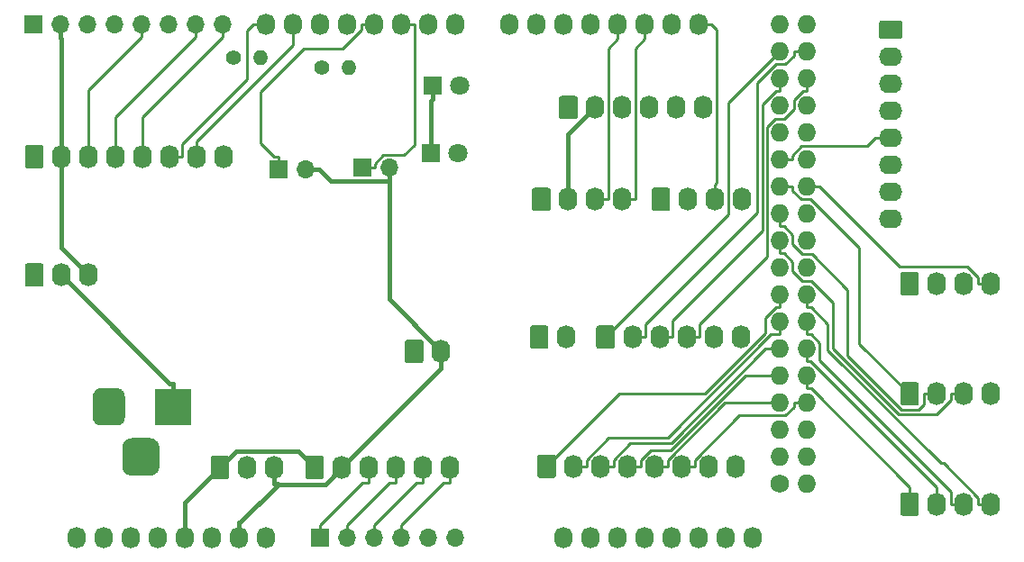
<source format=gbr>
G04 #@! TF.GenerationSoftware,KiCad,Pcbnew,(5.1.5-0-10_14)*
G04 #@! TF.CreationDate,2021-11-28T08:23:08+10:00*
G04 #@! TF.ProjectId,Hornet Forward Output Shield,486f726e-6574-4204-966f-727761726420,rev?*
G04 #@! TF.SameCoordinates,Original*
G04 #@! TF.FileFunction,Copper,L2,Bot*
G04 #@! TF.FilePolarity,Positive*
%FSLAX46Y46*%
G04 Gerber Fmt 4.6, Leading zero omitted, Abs format (unit mm)*
G04 Created by KiCad (PCBNEW (5.1.5-0-10_14)) date 2021-11-28 08:23:08*
%MOMM*%
%LPD*%
G04 APERTURE LIST*
%ADD10O,1.740000X2.200000*%
%ADD11C,0.100000*%
%ADD12R,3.500000X3.500000*%
%ADD13O,1.700000X1.700000*%
%ADD14R,1.700000X1.700000*%
%ADD15O,2.200000X1.740000*%
%ADD16C,1.400000*%
%ADD17O,1.400000X1.400000*%
%ADD18C,1.800000*%
%ADD19R,1.800000X1.800000*%
%ADD20C,1.727200*%
%ADD21O,1.727200X1.727200*%
%ADD22O,1.727200X2.032000*%
%ADD23C,0.450000*%
%ADD24C,0.250000*%
G04 APERTURE END LIST*
D10*
X149860000Y-112522000D03*
X147320000Y-112522000D03*
G04 #@! TA.AperFunction,ComponentPad*
D11*
G36*
X145424505Y-111423204D02*
G01*
X145448773Y-111426804D01*
X145472572Y-111432765D01*
X145495671Y-111441030D01*
X145517850Y-111451520D01*
X145538893Y-111464132D01*
X145558599Y-111478747D01*
X145576777Y-111495223D01*
X145593253Y-111513401D01*
X145607868Y-111533107D01*
X145620480Y-111554150D01*
X145630970Y-111576329D01*
X145639235Y-111599428D01*
X145645196Y-111623227D01*
X145648796Y-111647495D01*
X145650000Y-111671999D01*
X145650000Y-113372001D01*
X145648796Y-113396505D01*
X145645196Y-113420773D01*
X145639235Y-113444572D01*
X145630970Y-113467671D01*
X145620480Y-113489850D01*
X145607868Y-113510893D01*
X145593253Y-113530599D01*
X145576777Y-113548777D01*
X145558599Y-113565253D01*
X145538893Y-113579868D01*
X145517850Y-113592480D01*
X145495671Y-113602970D01*
X145472572Y-113611235D01*
X145448773Y-113617196D01*
X145424505Y-113620796D01*
X145400001Y-113622000D01*
X144159999Y-113622000D01*
X144135495Y-113620796D01*
X144111227Y-113617196D01*
X144087428Y-113611235D01*
X144064329Y-113602970D01*
X144042150Y-113592480D01*
X144021107Y-113579868D01*
X144001401Y-113565253D01*
X143983223Y-113548777D01*
X143966747Y-113530599D01*
X143952132Y-113510893D01*
X143939520Y-113489850D01*
X143929030Y-113467671D01*
X143920765Y-113444572D01*
X143914804Y-113420773D01*
X143911204Y-113396505D01*
X143910000Y-113372001D01*
X143910000Y-111671999D01*
X143911204Y-111647495D01*
X143914804Y-111623227D01*
X143920765Y-111599428D01*
X143929030Y-111576329D01*
X143939520Y-111554150D01*
X143952132Y-111533107D01*
X143966747Y-111513401D01*
X143983223Y-111495223D01*
X144001401Y-111478747D01*
X144021107Y-111464132D01*
X144042150Y-111451520D01*
X144064329Y-111441030D01*
X144087428Y-111432765D01*
X144111227Y-111426804D01*
X144135495Y-111423204D01*
X144159999Y-111422000D01*
X145400001Y-111422000D01*
X145424505Y-111423204D01*
G37*
G04 #@! TD.AperFunction*
D10*
X166370000Y-112522000D03*
X163830000Y-112522000D03*
X161290000Y-112522000D03*
X158750000Y-112522000D03*
X156210000Y-112522000D03*
G04 #@! TA.AperFunction,ComponentPad*
D11*
G36*
X154314505Y-111423204D02*
G01*
X154338773Y-111426804D01*
X154362572Y-111432765D01*
X154385671Y-111441030D01*
X154407850Y-111451520D01*
X154428893Y-111464132D01*
X154448599Y-111478747D01*
X154466777Y-111495223D01*
X154483253Y-111513401D01*
X154497868Y-111533107D01*
X154510480Y-111554150D01*
X154520970Y-111576329D01*
X154529235Y-111599428D01*
X154535196Y-111623227D01*
X154538796Y-111647495D01*
X154540000Y-111671999D01*
X154540000Y-113372001D01*
X154538796Y-113396505D01*
X154535196Y-113420773D01*
X154529235Y-113444572D01*
X154520970Y-113467671D01*
X154510480Y-113489850D01*
X154497868Y-113510893D01*
X154483253Y-113530599D01*
X154466777Y-113548777D01*
X154448599Y-113565253D01*
X154428893Y-113579868D01*
X154407850Y-113592480D01*
X154385671Y-113602970D01*
X154362572Y-113611235D01*
X154338773Y-113617196D01*
X154314505Y-113620796D01*
X154290001Y-113622000D01*
X153049999Y-113622000D01*
X153025495Y-113620796D01*
X153001227Y-113617196D01*
X152977428Y-113611235D01*
X152954329Y-113602970D01*
X152932150Y-113592480D01*
X152911107Y-113579868D01*
X152891401Y-113565253D01*
X152873223Y-113548777D01*
X152856747Y-113530599D01*
X152842132Y-113510893D01*
X152829520Y-113489850D01*
X152819030Y-113467671D01*
X152810765Y-113444572D01*
X152804804Y-113420773D01*
X152801204Y-113396505D01*
X152800000Y-113372001D01*
X152800000Y-111671999D01*
X152801204Y-111647495D01*
X152804804Y-111623227D01*
X152810765Y-111599428D01*
X152819030Y-111576329D01*
X152829520Y-111554150D01*
X152842132Y-111533107D01*
X152856747Y-111513401D01*
X152873223Y-111495223D01*
X152891401Y-111478747D01*
X152911107Y-111464132D01*
X152932150Y-111451520D01*
X152954329Y-111441030D01*
X152977428Y-111432765D01*
X153001227Y-111426804D01*
X153025495Y-111423204D01*
X153049999Y-111422000D01*
X154290001Y-111422000D01*
X154314505Y-111423204D01*
G37*
G04 #@! TD.AperFunction*
D10*
X165544000Y-101600000D03*
G04 #@! TA.AperFunction,ComponentPad*
D11*
G36*
X163648505Y-100501204D02*
G01*
X163672773Y-100504804D01*
X163696572Y-100510765D01*
X163719671Y-100519030D01*
X163741850Y-100529520D01*
X163762893Y-100542132D01*
X163782599Y-100556747D01*
X163800777Y-100573223D01*
X163817253Y-100591401D01*
X163831868Y-100611107D01*
X163844480Y-100632150D01*
X163854970Y-100654329D01*
X163863235Y-100677428D01*
X163869196Y-100701227D01*
X163872796Y-100725495D01*
X163874000Y-100749999D01*
X163874000Y-102450001D01*
X163872796Y-102474505D01*
X163869196Y-102498773D01*
X163863235Y-102522572D01*
X163854970Y-102545671D01*
X163844480Y-102567850D01*
X163831868Y-102588893D01*
X163817253Y-102608599D01*
X163800777Y-102626777D01*
X163782599Y-102643253D01*
X163762893Y-102657868D01*
X163741850Y-102670480D01*
X163719671Y-102680970D01*
X163696572Y-102689235D01*
X163672773Y-102695196D01*
X163648505Y-102698796D01*
X163624001Y-102700000D01*
X162383999Y-102700000D01*
X162359495Y-102698796D01*
X162335227Y-102695196D01*
X162311428Y-102689235D01*
X162288329Y-102680970D01*
X162266150Y-102670480D01*
X162245107Y-102657868D01*
X162225401Y-102643253D01*
X162207223Y-102626777D01*
X162190747Y-102608599D01*
X162176132Y-102588893D01*
X162163520Y-102567850D01*
X162153030Y-102545671D01*
X162144765Y-102522572D01*
X162138804Y-102498773D01*
X162135204Y-102474505D01*
X162134000Y-102450001D01*
X162134000Y-100749999D01*
X162135204Y-100725495D01*
X162138804Y-100701227D01*
X162144765Y-100677428D01*
X162153030Y-100654329D01*
X162163520Y-100632150D01*
X162176132Y-100611107D01*
X162190747Y-100591401D01*
X162207223Y-100573223D01*
X162225401Y-100556747D01*
X162245107Y-100542132D01*
X162266150Y-100529520D01*
X162288329Y-100519030D01*
X162311428Y-100510765D01*
X162335227Y-100504804D01*
X162359495Y-100501204D01*
X162383999Y-100500000D01*
X163624001Y-100500000D01*
X163648505Y-100501204D01*
G37*
G04 #@! TD.AperFunction*
D10*
X145098000Y-83312000D03*
X142558000Y-83312000D03*
X140018000Y-83312000D03*
X137478000Y-83312000D03*
X134938000Y-83312000D03*
X132398000Y-83312000D03*
X129858000Y-83312000D03*
G04 #@! TA.AperFunction,ComponentPad*
D11*
G36*
X127962505Y-82213204D02*
G01*
X127986773Y-82216804D01*
X128010572Y-82222765D01*
X128033671Y-82231030D01*
X128055850Y-82241520D01*
X128076893Y-82254132D01*
X128096599Y-82268747D01*
X128114777Y-82285223D01*
X128131253Y-82303401D01*
X128145868Y-82323107D01*
X128158480Y-82344150D01*
X128168970Y-82366329D01*
X128177235Y-82389428D01*
X128183196Y-82413227D01*
X128186796Y-82437495D01*
X128188000Y-82461999D01*
X128188000Y-84162001D01*
X128186796Y-84186505D01*
X128183196Y-84210773D01*
X128177235Y-84234572D01*
X128168970Y-84257671D01*
X128158480Y-84279850D01*
X128145868Y-84300893D01*
X128131253Y-84320599D01*
X128114777Y-84338777D01*
X128096599Y-84355253D01*
X128076893Y-84369868D01*
X128055850Y-84382480D01*
X128033671Y-84392970D01*
X128010572Y-84401235D01*
X127986773Y-84407196D01*
X127962505Y-84410796D01*
X127938001Y-84412000D01*
X126697999Y-84412000D01*
X126673495Y-84410796D01*
X126649227Y-84407196D01*
X126625428Y-84401235D01*
X126602329Y-84392970D01*
X126580150Y-84382480D01*
X126559107Y-84369868D01*
X126539401Y-84355253D01*
X126521223Y-84338777D01*
X126504747Y-84320599D01*
X126490132Y-84300893D01*
X126477520Y-84279850D01*
X126467030Y-84257671D01*
X126458765Y-84234572D01*
X126452804Y-84210773D01*
X126449204Y-84186505D01*
X126448000Y-84162001D01*
X126448000Y-82461999D01*
X126449204Y-82437495D01*
X126452804Y-82413227D01*
X126458765Y-82389428D01*
X126467030Y-82366329D01*
X126477520Y-82344150D01*
X126490132Y-82323107D01*
X126504747Y-82303401D01*
X126521223Y-82285223D01*
X126539401Y-82268747D01*
X126559107Y-82254132D01*
X126580150Y-82241520D01*
X126602329Y-82231030D01*
X126625428Y-82222765D01*
X126649227Y-82216804D01*
X126673495Y-82213204D01*
X126697999Y-82212000D01*
X127938001Y-82212000D01*
X127962505Y-82213204D01*
G37*
G04 #@! TD.AperFunction*
G04 #@! TA.AperFunction,ComponentPad*
G36*
X138295765Y-109761213D02*
G01*
X138380704Y-109773813D01*
X138463999Y-109794677D01*
X138544848Y-109823605D01*
X138622472Y-109860319D01*
X138696124Y-109904464D01*
X138765094Y-109955616D01*
X138828718Y-110013282D01*
X138886384Y-110076906D01*
X138937536Y-110145876D01*
X138981681Y-110219528D01*
X139018395Y-110297152D01*
X139047323Y-110378001D01*
X139068187Y-110461296D01*
X139080787Y-110546235D01*
X139085000Y-110632000D01*
X139085000Y-112382000D01*
X139080787Y-112467765D01*
X139068187Y-112552704D01*
X139047323Y-112635999D01*
X139018395Y-112716848D01*
X138981681Y-112794472D01*
X138937536Y-112868124D01*
X138886384Y-112937094D01*
X138828718Y-113000718D01*
X138765094Y-113058384D01*
X138696124Y-113109536D01*
X138622472Y-113153681D01*
X138544848Y-113190395D01*
X138463999Y-113219323D01*
X138380704Y-113240187D01*
X138295765Y-113252787D01*
X138210000Y-113257000D01*
X136460000Y-113257000D01*
X136374235Y-113252787D01*
X136289296Y-113240187D01*
X136206001Y-113219323D01*
X136125152Y-113190395D01*
X136047528Y-113153681D01*
X135973876Y-113109536D01*
X135904906Y-113058384D01*
X135841282Y-113000718D01*
X135783616Y-112937094D01*
X135732464Y-112868124D01*
X135688319Y-112794472D01*
X135651605Y-112716848D01*
X135622677Y-112635999D01*
X135601813Y-112552704D01*
X135589213Y-112467765D01*
X135585000Y-112382000D01*
X135585000Y-110632000D01*
X135589213Y-110546235D01*
X135601813Y-110461296D01*
X135622677Y-110378001D01*
X135651605Y-110297152D01*
X135688319Y-110219528D01*
X135732464Y-110145876D01*
X135783616Y-110076906D01*
X135841282Y-110013282D01*
X135904906Y-109955616D01*
X135973876Y-109904464D01*
X136047528Y-109860319D01*
X136125152Y-109823605D01*
X136206001Y-109794677D01*
X136289296Y-109773813D01*
X136374235Y-109761213D01*
X136460000Y-109757000D01*
X138210000Y-109757000D01*
X138295765Y-109761213D01*
G37*
G04 #@! TD.AperFunction*
G04 #@! TA.AperFunction,ComponentPad*
G36*
X135158513Y-105060611D02*
G01*
X135231318Y-105071411D01*
X135302714Y-105089295D01*
X135372013Y-105114090D01*
X135438548Y-105145559D01*
X135501678Y-105183398D01*
X135560795Y-105227242D01*
X135615330Y-105276670D01*
X135664758Y-105331205D01*
X135708602Y-105390322D01*
X135746441Y-105453452D01*
X135777910Y-105519987D01*
X135802705Y-105589286D01*
X135820589Y-105660682D01*
X135831389Y-105733487D01*
X135835000Y-105807000D01*
X135835000Y-107807000D01*
X135831389Y-107880513D01*
X135820589Y-107953318D01*
X135802705Y-108024714D01*
X135777910Y-108094013D01*
X135746441Y-108160548D01*
X135708602Y-108223678D01*
X135664758Y-108282795D01*
X135615330Y-108337330D01*
X135560795Y-108386758D01*
X135501678Y-108430602D01*
X135438548Y-108468441D01*
X135372013Y-108499910D01*
X135302714Y-108524705D01*
X135231318Y-108542589D01*
X135158513Y-108553389D01*
X135085000Y-108557000D01*
X133585000Y-108557000D01*
X133511487Y-108553389D01*
X133438682Y-108542589D01*
X133367286Y-108524705D01*
X133297987Y-108499910D01*
X133231452Y-108468441D01*
X133168322Y-108430602D01*
X133109205Y-108386758D01*
X133054670Y-108337330D01*
X133005242Y-108282795D01*
X132961398Y-108223678D01*
X132923559Y-108160548D01*
X132892090Y-108094013D01*
X132867295Y-108024714D01*
X132849411Y-107953318D01*
X132838611Y-107880513D01*
X132835000Y-107807000D01*
X132835000Y-105807000D01*
X132838611Y-105733487D01*
X132849411Y-105660682D01*
X132867295Y-105589286D01*
X132892090Y-105519987D01*
X132923559Y-105453452D01*
X132961398Y-105390322D01*
X133005242Y-105331205D01*
X133054670Y-105276670D01*
X133109205Y-105227242D01*
X133168322Y-105183398D01*
X133231452Y-105145559D01*
X133297987Y-105114090D01*
X133367286Y-105089295D01*
X133438682Y-105071411D01*
X133511487Y-105060611D01*
X133585000Y-105057000D01*
X135085000Y-105057000D01*
X135158513Y-105060611D01*
G37*
G04 #@! TD.AperFunction*
D12*
X140335000Y-106807000D03*
D13*
X152781000Y-84455000D03*
D14*
X150241000Y-84455000D03*
D13*
X160655000Y-84328000D03*
D14*
X158115000Y-84328000D03*
D10*
X182562000Y-87312500D03*
X180022000Y-87312500D03*
X177482000Y-87312500D03*
G04 #@! TA.AperFunction,ComponentPad*
D11*
G36*
X175586505Y-86213704D02*
G01*
X175610773Y-86217304D01*
X175634572Y-86223265D01*
X175657671Y-86231530D01*
X175679850Y-86242020D01*
X175700893Y-86254632D01*
X175720599Y-86269247D01*
X175738777Y-86285723D01*
X175755253Y-86303901D01*
X175769868Y-86323607D01*
X175782480Y-86344650D01*
X175792970Y-86366829D01*
X175801235Y-86389928D01*
X175807196Y-86413727D01*
X175810796Y-86437995D01*
X175812000Y-86462499D01*
X175812000Y-88162501D01*
X175810796Y-88187005D01*
X175807196Y-88211273D01*
X175801235Y-88235072D01*
X175792970Y-88258171D01*
X175782480Y-88280350D01*
X175769868Y-88301393D01*
X175755253Y-88321099D01*
X175738777Y-88339277D01*
X175720599Y-88355753D01*
X175700893Y-88370368D01*
X175679850Y-88382980D01*
X175657671Y-88393470D01*
X175634572Y-88401735D01*
X175610773Y-88407696D01*
X175586505Y-88411296D01*
X175562001Y-88412500D01*
X174321999Y-88412500D01*
X174297495Y-88411296D01*
X174273227Y-88407696D01*
X174249428Y-88401735D01*
X174226329Y-88393470D01*
X174204150Y-88382980D01*
X174183107Y-88370368D01*
X174163401Y-88355753D01*
X174145223Y-88339277D01*
X174128747Y-88321099D01*
X174114132Y-88301393D01*
X174101520Y-88280350D01*
X174091030Y-88258171D01*
X174082765Y-88235072D01*
X174076804Y-88211273D01*
X174073204Y-88187005D01*
X174072000Y-88162501D01*
X174072000Y-86462499D01*
X174073204Y-86437995D01*
X174076804Y-86413727D01*
X174082765Y-86389928D01*
X174091030Y-86366829D01*
X174101520Y-86344650D01*
X174114132Y-86323607D01*
X174128747Y-86303901D01*
X174145223Y-86285723D01*
X174163401Y-86269247D01*
X174183107Y-86254632D01*
X174204150Y-86242020D01*
X174226329Y-86231530D01*
X174249428Y-86223265D01*
X174273227Y-86217304D01*
X174297495Y-86213704D01*
X174321999Y-86212500D01*
X175562001Y-86212500D01*
X175586505Y-86213704D01*
G37*
G04 #@! TD.AperFunction*
D10*
X193802000Y-87312500D03*
X191262000Y-87312500D03*
X188722000Y-87312500D03*
G04 #@! TA.AperFunction,ComponentPad*
D11*
G36*
X186826505Y-86213704D02*
G01*
X186850773Y-86217304D01*
X186874572Y-86223265D01*
X186897671Y-86231530D01*
X186919850Y-86242020D01*
X186940893Y-86254632D01*
X186960599Y-86269247D01*
X186978777Y-86285723D01*
X186995253Y-86303901D01*
X187009868Y-86323607D01*
X187022480Y-86344650D01*
X187032970Y-86366829D01*
X187041235Y-86389928D01*
X187047196Y-86413727D01*
X187050796Y-86437995D01*
X187052000Y-86462499D01*
X187052000Y-88162501D01*
X187050796Y-88187005D01*
X187047196Y-88211273D01*
X187041235Y-88235072D01*
X187032970Y-88258171D01*
X187022480Y-88280350D01*
X187009868Y-88301393D01*
X186995253Y-88321099D01*
X186978777Y-88339277D01*
X186960599Y-88355753D01*
X186940893Y-88370368D01*
X186919850Y-88382980D01*
X186897671Y-88393470D01*
X186874572Y-88401735D01*
X186850773Y-88407696D01*
X186826505Y-88411296D01*
X186802001Y-88412500D01*
X185561999Y-88412500D01*
X185537495Y-88411296D01*
X185513227Y-88407696D01*
X185489428Y-88401735D01*
X185466329Y-88393470D01*
X185444150Y-88382980D01*
X185423107Y-88370368D01*
X185403401Y-88355753D01*
X185385223Y-88339277D01*
X185368747Y-88321099D01*
X185354132Y-88301393D01*
X185341520Y-88280350D01*
X185331030Y-88258171D01*
X185322765Y-88235072D01*
X185316804Y-88211273D01*
X185313204Y-88187005D01*
X185312000Y-88162501D01*
X185312000Y-86462499D01*
X185313204Y-86437995D01*
X185316804Y-86413727D01*
X185322765Y-86389928D01*
X185331030Y-86366829D01*
X185341520Y-86344650D01*
X185354132Y-86323607D01*
X185368747Y-86303901D01*
X185385223Y-86285723D01*
X185403401Y-86269247D01*
X185423107Y-86254632D01*
X185444150Y-86242020D01*
X185466329Y-86231530D01*
X185489428Y-86223265D01*
X185513227Y-86217304D01*
X185537495Y-86213704D01*
X185561999Y-86212500D01*
X186802001Y-86212500D01*
X186826505Y-86213704D01*
G37*
G04 #@! TD.AperFunction*
D10*
X193230000Y-112395000D03*
X190690000Y-112395000D03*
X188150000Y-112395000D03*
X185610000Y-112395000D03*
X183070000Y-112395000D03*
X180530000Y-112395000D03*
X177990000Y-112395000D03*
G04 #@! TA.AperFunction,ComponentPad*
D11*
G36*
X176094505Y-111296204D02*
G01*
X176118773Y-111299804D01*
X176142572Y-111305765D01*
X176165671Y-111314030D01*
X176187850Y-111324520D01*
X176208893Y-111337132D01*
X176228599Y-111351747D01*
X176246777Y-111368223D01*
X176263253Y-111386401D01*
X176277868Y-111406107D01*
X176290480Y-111427150D01*
X176300970Y-111449329D01*
X176309235Y-111472428D01*
X176315196Y-111496227D01*
X176318796Y-111520495D01*
X176320000Y-111544999D01*
X176320000Y-113245001D01*
X176318796Y-113269505D01*
X176315196Y-113293773D01*
X176309235Y-113317572D01*
X176300970Y-113340671D01*
X176290480Y-113362850D01*
X176277868Y-113383893D01*
X176263253Y-113403599D01*
X176246777Y-113421777D01*
X176228599Y-113438253D01*
X176208893Y-113452868D01*
X176187850Y-113465480D01*
X176165671Y-113475970D01*
X176142572Y-113484235D01*
X176118773Y-113490196D01*
X176094505Y-113493796D01*
X176070001Y-113495000D01*
X174829999Y-113495000D01*
X174805495Y-113493796D01*
X174781227Y-113490196D01*
X174757428Y-113484235D01*
X174734329Y-113475970D01*
X174712150Y-113465480D01*
X174691107Y-113452868D01*
X174671401Y-113438253D01*
X174653223Y-113421777D01*
X174636747Y-113403599D01*
X174622132Y-113383893D01*
X174609520Y-113362850D01*
X174599030Y-113340671D01*
X174590765Y-113317572D01*
X174584804Y-113293773D01*
X174581204Y-113269505D01*
X174580000Y-113245001D01*
X174580000Y-111544999D01*
X174581204Y-111520495D01*
X174584804Y-111496227D01*
X174590765Y-111472428D01*
X174599030Y-111449329D01*
X174609520Y-111427150D01*
X174622132Y-111406107D01*
X174636747Y-111386401D01*
X174653223Y-111368223D01*
X174671401Y-111351747D01*
X174691107Y-111337132D01*
X174712150Y-111324520D01*
X174734329Y-111314030D01*
X174757428Y-111305765D01*
X174781227Y-111299804D01*
X174805495Y-111296204D01*
X174829999Y-111295000D01*
X176070001Y-111295000D01*
X176094505Y-111296204D01*
G37*
G04 #@! TD.AperFunction*
D10*
X217170000Y-105600000D03*
X214630000Y-105600000D03*
X212090000Y-105600000D03*
G04 #@! TA.AperFunction,ComponentPad*
D11*
G36*
X210194505Y-104501204D02*
G01*
X210218773Y-104504804D01*
X210242572Y-104510765D01*
X210265671Y-104519030D01*
X210287850Y-104529520D01*
X210308893Y-104542132D01*
X210328599Y-104556747D01*
X210346777Y-104573223D01*
X210363253Y-104591401D01*
X210377868Y-104611107D01*
X210390480Y-104632150D01*
X210400970Y-104654329D01*
X210409235Y-104677428D01*
X210415196Y-104701227D01*
X210418796Y-104725495D01*
X210420000Y-104749999D01*
X210420000Y-106450001D01*
X210418796Y-106474505D01*
X210415196Y-106498773D01*
X210409235Y-106522572D01*
X210400970Y-106545671D01*
X210390480Y-106567850D01*
X210377868Y-106588893D01*
X210363253Y-106608599D01*
X210346777Y-106626777D01*
X210328599Y-106643253D01*
X210308893Y-106657868D01*
X210287850Y-106670480D01*
X210265671Y-106680970D01*
X210242572Y-106689235D01*
X210218773Y-106695196D01*
X210194505Y-106698796D01*
X210170001Y-106700000D01*
X208929999Y-106700000D01*
X208905495Y-106698796D01*
X208881227Y-106695196D01*
X208857428Y-106689235D01*
X208834329Y-106680970D01*
X208812150Y-106670480D01*
X208791107Y-106657868D01*
X208771401Y-106643253D01*
X208753223Y-106626777D01*
X208736747Y-106608599D01*
X208722132Y-106588893D01*
X208709520Y-106567850D01*
X208699030Y-106545671D01*
X208690765Y-106522572D01*
X208684804Y-106498773D01*
X208681204Y-106474505D01*
X208680000Y-106450001D01*
X208680000Y-104749999D01*
X208681204Y-104725495D01*
X208684804Y-104701227D01*
X208690765Y-104677428D01*
X208699030Y-104654329D01*
X208709520Y-104632150D01*
X208722132Y-104611107D01*
X208736747Y-104591401D01*
X208753223Y-104573223D01*
X208771401Y-104556747D01*
X208791107Y-104542132D01*
X208812150Y-104529520D01*
X208834329Y-104519030D01*
X208857428Y-104510765D01*
X208881227Y-104504804D01*
X208905495Y-104501204D01*
X208929999Y-104500000D01*
X210170001Y-104500000D01*
X210194505Y-104501204D01*
G37*
G04 #@! TD.AperFunction*
D10*
X217170000Y-115951000D03*
X214630000Y-115951000D03*
X212090000Y-115951000D03*
G04 #@! TA.AperFunction,ComponentPad*
D11*
G36*
X210194505Y-114852204D02*
G01*
X210218773Y-114855804D01*
X210242572Y-114861765D01*
X210265671Y-114870030D01*
X210287850Y-114880520D01*
X210308893Y-114893132D01*
X210328599Y-114907747D01*
X210346777Y-114924223D01*
X210363253Y-114942401D01*
X210377868Y-114962107D01*
X210390480Y-114983150D01*
X210400970Y-115005329D01*
X210409235Y-115028428D01*
X210415196Y-115052227D01*
X210418796Y-115076495D01*
X210420000Y-115100999D01*
X210420000Y-116801001D01*
X210418796Y-116825505D01*
X210415196Y-116849773D01*
X210409235Y-116873572D01*
X210400970Y-116896671D01*
X210390480Y-116918850D01*
X210377868Y-116939893D01*
X210363253Y-116959599D01*
X210346777Y-116977777D01*
X210328599Y-116994253D01*
X210308893Y-117008868D01*
X210287850Y-117021480D01*
X210265671Y-117031970D01*
X210242572Y-117040235D01*
X210218773Y-117046196D01*
X210194505Y-117049796D01*
X210170001Y-117051000D01*
X208929999Y-117051000D01*
X208905495Y-117049796D01*
X208881227Y-117046196D01*
X208857428Y-117040235D01*
X208834329Y-117031970D01*
X208812150Y-117021480D01*
X208791107Y-117008868D01*
X208771401Y-116994253D01*
X208753223Y-116977777D01*
X208736747Y-116959599D01*
X208722132Y-116939893D01*
X208709520Y-116918850D01*
X208699030Y-116896671D01*
X208690765Y-116873572D01*
X208684804Y-116849773D01*
X208681204Y-116825505D01*
X208680000Y-116801001D01*
X208680000Y-115100999D01*
X208681204Y-115076495D01*
X208684804Y-115052227D01*
X208690765Y-115028428D01*
X208699030Y-115005329D01*
X208709520Y-114983150D01*
X208722132Y-114962107D01*
X208736747Y-114942401D01*
X208753223Y-114924223D01*
X208771401Y-114907747D01*
X208791107Y-114893132D01*
X208812150Y-114880520D01*
X208834329Y-114870030D01*
X208857428Y-114861765D01*
X208881227Y-114855804D01*
X208905495Y-114852204D01*
X208929999Y-114851000D01*
X210170001Y-114851000D01*
X210194505Y-114852204D01*
G37*
G04 #@! TD.AperFunction*
D15*
X207772000Y-89154000D03*
X207772000Y-86614000D03*
X207772000Y-84074000D03*
X207772000Y-81534000D03*
X207772000Y-78994000D03*
X207772000Y-76454000D03*
X207772000Y-73914000D03*
G04 #@! TA.AperFunction,ComponentPad*
D11*
G36*
X208646505Y-70505204D02*
G01*
X208670773Y-70508804D01*
X208694572Y-70514765D01*
X208717671Y-70523030D01*
X208739850Y-70533520D01*
X208760893Y-70546132D01*
X208780599Y-70560747D01*
X208798777Y-70577223D01*
X208815253Y-70595401D01*
X208829868Y-70615107D01*
X208842480Y-70636150D01*
X208852970Y-70658329D01*
X208861235Y-70681428D01*
X208867196Y-70705227D01*
X208870796Y-70729495D01*
X208872000Y-70753999D01*
X208872000Y-71994001D01*
X208870796Y-72018505D01*
X208867196Y-72042773D01*
X208861235Y-72066572D01*
X208852970Y-72089671D01*
X208842480Y-72111850D01*
X208829868Y-72132893D01*
X208815253Y-72152599D01*
X208798777Y-72170777D01*
X208780599Y-72187253D01*
X208760893Y-72201868D01*
X208739850Y-72214480D01*
X208717671Y-72224970D01*
X208694572Y-72233235D01*
X208670773Y-72239196D01*
X208646505Y-72242796D01*
X208622001Y-72244000D01*
X206921999Y-72244000D01*
X206897495Y-72242796D01*
X206873227Y-72239196D01*
X206849428Y-72233235D01*
X206826329Y-72224970D01*
X206804150Y-72214480D01*
X206783107Y-72201868D01*
X206763401Y-72187253D01*
X206745223Y-72170777D01*
X206728747Y-72152599D01*
X206714132Y-72132893D01*
X206701520Y-72111850D01*
X206691030Y-72089671D01*
X206682765Y-72066572D01*
X206676804Y-72042773D01*
X206673204Y-72018505D01*
X206672000Y-71994001D01*
X206672000Y-70753999D01*
X206673204Y-70729495D01*
X206676804Y-70705227D01*
X206682765Y-70681428D01*
X206691030Y-70658329D01*
X206701520Y-70636150D01*
X206714132Y-70615107D01*
X206728747Y-70595401D01*
X206745223Y-70577223D01*
X206763401Y-70560747D01*
X206783107Y-70546132D01*
X206804150Y-70533520D01*
X206826329Y-70523030D01*
X206849428Y-70514765D01*
X206873227Y-70508804D01*
X206897495Y-70505204D01*
X206921999Y-70504000D01*
X208622001Y-70504000D01*
X208646505Y-70505204D01*
G37*
G04 #@! TD.AperFunction*
D10*
X217170000Y-95250000D03*
X214630000Y-95250000D03*
X212090000Y-95250000D03*
G04 #@! TA.AperFunction,ComponentPad*
D11*
G36*
X210194505Y-94151204D02*
G01*
X210218773Y-94154804D01*
X210242572Y-94160765D01*
X210265671Y-94169030D01*
X210287850Y-94179520D01*
X210308893Y-94192132D01*
X210328599Y-94206747D01*
X210346777Y-94223223D01*
X210363253Y-94241401D01*
X210377868Y-94261107D01*
X210390480Y-94282150D01*
X210400970Y-94304329D01*
X210409235Y-94327428D01*
X210415196Y-94351227D01*
X210418796Y-94375495D01*
X210420000Y-94399999D01*
X210420000Y-96100001D01*
X210418796Y-96124505D01*
X210415196Y-96148773D01*
X210409235Y-96172572D01*
X210400970Y-96195671D01*
X210390480Y-96217850D01*
X210377868Y-96238893D01*
X210363253Y-96258599D01*
X210346777Y-96276777D01*
X210328599Y-96293253D01*
X210308893Y-96307868D01*
X210287850Y-96320480D01*
X210265671Y-96330970D01*
X210242572Y-96339235D01*
X210218773Y-96345196D01*
X210194505Y-96348796D01*
X210170001Y-96350000D01*
X208929999Y-96350000D01*
X208905495Y-96348796D01*
X208881227Y-96345196D01*
X208857428Y-96339235D01*
X208834329Y-96330970D01*
X208812150Y-96320480D01*
X208791107Y-96307868D01*
X208771401Y-96293253D01*
X208753223Y-96276777D01*
X208736747Y-96258599D01*
X208722132Y-96238893D01*
X208709520Y-96217850D01*
X208699030Y-96195671D01*
X208690765Y-96172572D01*
X208684804Y-96148773D01*
X208681204Y-96124505D01*
X208680000Y-96100001D01*
X208680000Y-94399999D01*
X208681204Y-94375495D01*
X208684804Y-94351227D01*
X208690765Y-94327428D01*
X208699030Y-94304329D01*
X208709520Y-94282150D01*
X208722132Y-94261107D01*
X208736747Y-94241401D01*
X208753223Y-94223223D01*
X208771401Y-94206747D01*
X208791107Y-94192132D01*
X208812150Y-94179520D01*
X208834329Y-94169030D01*
X208857428Y-94160765D01*
X208881227Y-94154804D01*
X208905495Y-94151204D01*
X208929999Y-94150000D01*
X210170001Y-94150000D01*
X210194505Y-94151204D01*
G37*
G04 #@! TD.AperFunction*
D10*
X193675000Y-100266000D03*
X191135000Y-100266000D03*
X188595000Y-100266000D03*
X186055000Y-100266000D03*
X183515000Y-100266000D03*
G04 #@! TA.AperFunction,ComponentPad*
D11*
G36*
X181619505Y-99167204D02*
G01*
X181643773Y-99170804D01*
X181667572Y-99176765D01*
X181690671Y-99185030D01*
X181712850Y-99195520D01*
X181733893Y-99208132D01*
X181753599Y-99222747D01*
X181771777Y-99239223D01*
X181788253Y-99257401D01*
X181802868Y-99277107D01*
X181815480Y-99298150D01*
X181825970Y-99320329D01*
X181834235Y-99343428D01*
X181840196Y-99367227D01*
X181843796Y-99391495D01*
X181845000Y-99415999D01*
X181845000Y-101116001D01*
X181843796Y-101140505D01*
X181840196Y-101164773D01*
X181834235Y-101188572D01*
X181825970Y-101211671D01*
X181815480Y-101233850D01*
X181802868Y-101254893D01*
X181788253Y-101274599D01*
X181771777Y-101292777D01*
X181753599Y-101309253D01*
X181733893Y-101323868D01*
X181712850Y-101336480D01*
X181690671Y-101346970D01*
X181667572Y-101355235D01*
X181643773Y-101361196D01*
X181619505Y-101364796D01*
X181595001Y-101366000D01*
X180354999Y-101366000D01*
X180330495Y-101364796D01*
X180306227Y-101361196D01*
X180282428Y-101355235D01*
X180259329Y-101346970D01*
X180237150Y-101336480D01*
X180216107Y-101323868D01*
X180196401Y-101309253D01*
X180178223Y-101292777D01*
X180161747Y-101274599D01*
X180147132Y-101254893D01*
X180134520Y-101233850D01*
X180124030Y-101211671D01*
X180115765Y-101188572D01*
X180109804Y-101164773D01*
X180106204Y-101140505D01*
X180105000Y-101116001D01*
X180105000Y-99415999D01*
X180106204Y-99391495D01*
X180109804Y-99367227D01*
X180115765Y-99343428D01*
X180124030Y-99320329D01*
X180134520Y-99298150D01*
X180147132Y-99277107D01*
X180161747Y-99257401D01*
X180178223Y-99239223D01*
X180196401Y-99222747D01*
X180216107Y-99208132D01*
X180237150Y-99195520D01*
X180259329Y-99185030D01*
X180282428Y-99176765D01*
X180306227Y-99170804D01*
X180330495Y-99167204D01*
X180354999Y-99166000D01*
X181595001Y-99166000D01*
X181619505Y-99167204D01*
G37*
G04 #@! TD.AperFunction*
D10*
X132398000Y-94424500D03*
X129858000Y-94424500D03*
G04 #@! TA.AperFunction,ComponentPad*
D11*
G36*
X127962505Y-93325704D02*
G01*
X127986773Y-93329304D01*
X128010572Y-93335265D01*
X128033671Y-93343530D01*
X128055850Y-93354020D01*
X128076893Y-93366632D01*
X128096599Y-93381247D01*
X128114777Y-93397723D01*
X128131253Y-93415901D01*
X128145868Y-93435607D01*
X128158480Y-93456650D01*
X128168970Y-93478829D01*
X128177235Y-93501928D01*
X128183196Y-93525727D01*
X128186796Y-93549995D01*
X128188000Y-93574499D01*
X128188000Y-95274501D01*
X128186796Y-95299005D01*
X128183196Y-95323273D01*
X128177235Y-95347072D01*
X128168970Y-95370171D01*
X128158480Y-95392350D01*
X128145868Y-95413393D01*
X128131253Y-95433099D01*
X128114777Y-95451277D01*
X128096599Y-95467753D01*
X128076893Y-95482368D01*
X128055850Y-95494980D01*
X128033671Y-95505470D01*
X128010572Y-95513735D01*
X127986773Y-95519696D01*
X127962505Y-95523296D01*
X127938001Y-95524500D01*
X126697999Y-95524500D01*
X126673495Y-95523296D01*
X126649227Y-95519696D01*
X126625428Y-95513735D01*
X126602329Y-95505470D01*
X126580150Y-95494980D01*
X126559107Y-95482368D01*
X126539401Y-95467753D01*
X126521223Y-95451277D01*
X126504747Y-95433099D01*
X126490132Y-95413393D01*
X126477520Y-95392350D01*
X126467030Y-95370171D01*
X126458765Y-95347072D01*
X126452804Y-95323273D01*
X126449204Y-95299005D01*
X126448000Y-95274501D01*
X126448000Y-93574499D01*
X126449204Y-93549995D01*
X126452804Y-93525727D01*
X126458765Y-93501928D01*
X126467030Y-93478829D01*
X126477520Y-93456650D01*
X126490132Y-93435607D01*
X126504747Y-93415901D01*
X126521223Y-93397723D01*
X126539401Y-93381247D01*
X126559107Y-93366632D01*
X126580150Y-93354020D01*
X126602329Y-93343530D01*
X126625428Y-93335265D01*
X126649227Y-93329304D01*
X126673495Y-93325704D01*
X126697999Y-93324500D01*
X127938001Y-93324500D01*
X127962505Y-93325704D01*
G37*
G04 #@! TD.AperFunction*
D16*
X154305000Y-74930000D03*
D17*
X156845000Y-74930000D03*
D16*
X146050000Y-73977500D03*
D17*
X148590000Y-73977500D03*
D10*
X190182000Y-78676500D03*
X187642000Y-78676500D03*
X185102000Y-78676500D03*
X182562000Y-78676500D03*
X180022000Y-78676500D03*
G04 #@! TA.AperFunction,ComponentPad*
D11*
G36*
X178126505Y-77577704D02*
G01*
X178150773Y-77581304D01*
X178174572Y-77587265D01*
X178197671Y-77595530D01*
X178219850Y-77606020D01*
X178240893Y-77618632D01*
X178260599Y-77633247D01*
X178278777Y-77649723D01*
X178295253Y-77667901D01*
X178309868Y-77687607D01*
X178322480Y-77708650D01*
X178332970Y-77730829D01*
X178341235Y-77753928D01*
X178347196Y-77777727D01*
X178350796Y-77801995D01*
X178352000Y-77826499D01*
X178352000Y-79526501D01*
X178350796Y-79551005D01*
X178347196Y-79575273D01*
X178341235Y-79599072D01*
X178332970Y-79622171D01*
X178322480Y-79644350D01*
X178309868Y-79665393D01*
X178295253Y-79685099D01*
X178278777Y-79703277D01*
X178260599Y-79719753D01*
X178240893Y-79734368D01*
X178219850Y-79746980D01*
X178197671Y-79757470D01*
X178174572Y-79765735D01*
X178150773Y-79771696D01*
X178126505Y-79775296D01*
X178102001Y-79776500D01*
X176861999Y-79776500D01*
X176837495Y-79775296D01*
X176813227Y-79771696D01*
X176789428Y-79765735D01*
X176766329Y-79757470D01*
X176744150Y-79746980D01*
X176723107Y-79734368D01*
X176703401Y-79719753D01*
X176685223Y-79703277D01*
X176668747Y-79685099D01*
X176654132Y-79665393D01*
X176641520Y-79644350D01*
X176631030Y-79622171D01*
X176622765Y-79599072D01*
X176616804Y-79575273D01*
X176613204Y-79551005D01*
X176612000Y-79526501D01*
X176612000Y-77826499D01*
X176613204Y-77801995D01*
X176616804Y-77777727D01*
X176622765Y-77753928D01*
X176631030Y-77730829D01*
X176641520Y-77708650D01*
X176654132Y-77687607D01*
X176668747Y-77667901D01*
X176685223Y-77649723D01*
X176703401Y-77633247D01*
X176723107Y-77618632D01*
X176744150Y-77606020D01*
X176766329Y-77595530D01*
X176789428Y-77587265D01*
X176813227Y-77581304D01*
X176837495Y-77577704D01*
X176861999Y-77576500D01*
X178102001Y-77576500D01*
X178126505Y-77577704D01*
G37*
G04 #@! TD.AperFunction*
D10*
X177292000Y-100266000D03*
G04 #@! TA.AperFunction,ComponentPad*
D11*
G36*
X175396505Y-99167204D02*
G01*
X175420773Y-99170804D01*
X175444572Y-99176765D01*
X175467671Y-99185030D01*
X175489850Y-99195520D01*
X175510893Y-99208132D01*
X175530599Y-99222747D01*
X175548777Y-99239223D01*
X175565253Y-99257401D01*
X175579868Y-99277107D01*
X175592480Y-99298150D01*
X175602970Y-99320329D01*
X175611235Y-99343428D01*
X175617196Y-99367227D01*
X175620796Y-99391495D01*
X175622000Y-99415999D01*
X175622000Y-101116001D01*
X175620796Y-101140505D01*
X175617196Y-101164773D01*
X175611235Y-101188572D01*
X175602970Y-101211671D01*
X175592480Y-101233850D01*
X175579868Y-101254893D01*
X175565253Y-101274599D01*
X175548777Y-101292777D01*
X175530599Y-101309253D01*
X175510893Y-101323868D01*
X175489850Y-101336480D01*
X175467671Y-101346970D01*
X175444572Y-101355235D01*
X175420773Y-101361196D01*
X175396505Y-101364796D01*
X175372001Y-101366000D01*
X174131999Y-101366000D01*
X174107495Y-101364796D01*
X174083227Y-101361196D01*
X174059428Y-101355235D01*
X174036329Y-101346970D01*
X174014150Y-101336480D01*
X173993107Y-101323868D01*
X173973401Y-101309253D01*
X173955223Y-101292777D01*
X173938747Y-101274599D01*
X173924132Y-101254893D01*
X173911520Y-101233850D01*
X173901030Y-101211671D01*
X173892765Y-101188572D01*
X173886804Y-101164773D01*
X173883204Y-101140505D01*
X173882000Y-101116001D01*
X173882000Y-99415999D01*
X173883204Y-99391495D01*
X173886804Y-99367227D01*
X173892765Y-99343428D01*
X173901030Y-99320329D01*
X173911520Y-99298150D01*
X173924132Y-99277107D01*
X173938747Y-99257401D01*
X173955223Y-99239223D01*
X173973401Y-99222747D01*
X173993107Y-99208132D01*
X174014150Y-99195520D01*
X174036329Y-99185030D01*
X174059428Y-99176765D01*
X174083227Y-99170804D01*
X174107495Y-99167204D01*
X174131999Y-99166000D01*
X175372001Y-99166000D01*
X175396505Y-99167204D01*
G37*
G04 #@! TD.AperFunction*
D18*
X167132000Y-82931000D03*
D19*
X164592000Y-82931000D03*
D18*
X167259000Y-76581000D03*
D19*
X164719000Y-76581000D03*
D13*
X145034000Y-70866000D03*
X142494000Y-70866000D03*
X139954000Y-70866000D03*
X137414000Y-70866000D03*
X134874000Y-70866000D03*
X132334000Y-70866000D03*
X129794000Y-70866000D03*
D14*
X127254000Y-70866000D03*
D13*
X166878000Y-119126000D03*
X164338000Y-119126000D03*
X161798000Y-119126000D03*
X159258000Y-119126000D03*
X156718000Y-119126000D03*
D14*
X154178000Y-119126000D03*
D20*
X197358000Y-114046000D03*
D21*
X199898000Y-114046000D03*
X197358000Y-111506000D03*
X199898000Y-111506000D03*
X197358000Y-108966000D03*
X199898000Y-108966000D03*
X197358000Y-106426000D03*
X199898000Y-106426000D03*
X197358000Y-103886000D03*
X199898000Y-103886000D03*
X197358000Y-101346000D03*
X199898000Y-101346000D03*
X197358000Y-98806000D03*
X199898000Y-98806000D03*
X197358000Y-96266000D03*
X199898000Y-96266000D03*
X197358000Y-93726000D03*
X199898000Y-93726000D03*
X197358000Y-91186000D03*
X199898000Y-91186000D03*
X197358000Y-88646000D03*
X199898000Y-88646000D03*
X197358000Y-86106000D03*
X199898000Y-86106000D03*
X197358000Y-83566000D03*
X199898000Y-83566000D03*
X197358000Y-81026000D03*
X199898000Y-81026000D03*
X197358000Y-78486000D03*
X199898000Y-78486000D03*
X197358000Y-75946000D03*
X199898000Y-75946000D03*
X197358000Y-73406000D03*
X199898000Y-73406000D03*
X197358000Y-70866000D03*
X199898000Y-70866000D03*
D22*
X131318000Y-119126000D03*
X133858000Y-119126000D03*
X136398000Y-119126000D03*
X138938000Y-119126000D03*
X141478000Y-119126000D03*
X144018000Y-119126000D03*
X146558000Y-119126000D03*
X149098000Y-119126000D03*
X177038000Y-119126000D03*
X179578000Y-119126000D03*
X182118000Y-119126000D03*
X184658000Y-119126000D03*
X187198000Y-119126000D03*
X189738000Y-119126000D03*
X192278000Y-119126000D03*
X194818000Y-119126000D03*
X149098000Y-70866000D03*
X151638000Y-70866000D03*
X154178000Y-70866000D03*
X156718000Y-70866000D03*
X159258000Y-70866000D03*
X161798000Y-70866000D03*
X164338000Y-70866000D03*
X166878000Y-70866000D03*
X171958000Y-70866000D03*
X174498000Y-70866000D03*
X177038000Y-70866000D03*
X179578000Y-70866000D03*
X182118000Y-70866000D03*
X184658000Y-70866000D03*
X187198000Y-70866000D03*
X189738000Y-70866000D03*
D23*
X180022000Y-78676500D02*
X177482000Y-81216500D01*
X177482000Y-81216500D02*
X177482000Y-87312500D01*
D24*
X199898000Y-103886000D02*
X199898000Y-105074900D01*
X199898000Y-105074900D02*
X200269500Y-105074900D01*
X200269500Y-105074900D02*
X209550000Y-114355400D01*
X209550000Y-114355400D02*
X209550000Y-115951000D01*
X199898000Y-101346000D02*
X199898000Y-102534900D01*
X199898000Y-102534900D02*
X200237500Y-102534900D01*
X200237500Y-102534900D02*
X212090000Y-114387400D01*
X212090000Y-114387400D02*
X212090000Y-115951000D01*
X214630000Y-115951000D02*
X213434700Y-115951000D01*
X199898000Y-98806000D02*
X199898000Y-99994900D01*
X199898000Y-99994900D02*
X200269600Y-99994900D01*
X200269600Y-99994900D02*
X201086900Y-100812200D01*
X201086900Y-100812200D02*
X201086900Y-102407900D01*
X201086900Y-102407900D02*
X213434700Y-114755700D01*
X213434700Y-114755700D02*
X213434700Y-115951000D01*
X217170000Y-115951000D02*
X215974700Y-115951000D01*
X199898000Y-96266000D02*
X199898000Y-97454900D01*
X199898000Y-97454900D02*
X200269500Y-97454900D01*
X200269500Y-97454900D02*
X201868300Y-99053700D01*
X201868300Y-99053700D02*
X201868300Y-101509400D01*
X201868300Y-101509400D02*
X212479000Y-112120100D01*
X212479000Y-112120100D02*
X212720900Y-112120100D01*
X212720900Y-112120100D02*
X215974700Y-115373900D01*
X215974700Y-115373900D02*
X215974700Y-115951000D01*
X217170000Y-95250000D02*
X215974700Y-95250000D01*
X199898000Y-86106000D02*
X201086900Y-86106000D01*
X201086900Y-86106000D02*
X208574000Y-93593100D01*
X208574000Y-93593100D02*
X214915400Y-93593100D01*
X214915400Y-93593100D02*
X215974700Y-94652400D01*
X215974700Y-94652400D02*
X215974700Y-95250000D01*
X207772000Y-81534000D02*
X206346700Y-81534000D01*
X197358000Y-83566000D02*
X198546900Y-83566000D01*
X198546900Y-83566000D02*
X198546900Y-83194400D01*
X198546900Y-83194400D02*
X199415800Y-82325500D01*
X199415800Y-82325500D02*
X205555200Y-82325500D01*
X205555200Y-82325500D02*
X206346700Y-81534000D01*
X197358000Y-77134900D02*
X196986500Y-77134900D01*
X196986500Y-77134900D02*
X195718700Y-78402700D01*
X195718700Y-78402700D02*
X195718700Y-90262000D01*
X195718700Y-90262000D02*
X187250300Y-98730400D01*
X187250300Y-98730400D02*
X187250300Y-100266000D01*
X186055000Y-100266000D02*
X187250300Y-100266000D01*
X197358000Y-75946000D02*
X197358000Y-77134900D01*
X188595000Y-100266000D02*
X189790300Y-100266000D01*
X199898000Y-75946000D02*
X199898000Y-77134900D01*
X199898000Y-77134900D02*
X199526400Y-77134900D01*
X199526400Y-77134900D02*
X198709100Y-77952200D01*
X198709100Y-77952200D02*
X198709100Y-78838200D01*
X198709100Y-78838200D02*
X197791300Y-79756000D01*
X197791300Y-79756000D02*
X196918200Y-79756000D01*
X196918200Y-79756000D02*
X196169100Y-80505100D01*
X196169100Y-80505100D02*
X196169100Y-92691900D01*
X196169100Y-92691900D02*
X189790300Y-99070700D01*
X189790300Y-99070700D02*
X189790300Y-100266000D01*
X197358000Y-73406000D02*
X192532000Y-78232000D01*
X192532000Y-78232000D02*
X192532000Y-88709000D01*
X192532000Y-88709000D02*
X180975000Y-100266000D01*
X184710300Y-100266000D02*
X184710300Y-99070700D01*
X184710300Y-99070700D02*
X195268300Y-88512700D01*
X195268300Y-88512700D02*
X195268300Y-76345100D01*
X195268300Y-76345100D02*
X197018500Y-74594900D01*
X197018500Y-74594900D02*
X197891800Y-74594900D01*
X197891800Y-74594900D02*
X198709100Y-73777600D01*
X198709100Y-73777600D02*
X198709100Y-73406000D01*
X183515000Y-100266000D02*
X184710300Y-100266000D01*
X199898000Y-73406000D02*
X198709100Y-73406000D01*
D23*
X160655000Y-85603300D02*
X160655000Y-96711000D01*
X160655000Y-96711000D02*
X165544000Y-101600000D01*
X160655000Y-85603300D02*
X155204600Y-85603300D01*
X155204600Y-85603300D02*
X154056300Y-84455000D01*
X156210000Y-112522000D02*
X165544000Y-103188000D01*
X165544000Y-103188000D02*
X165544000Y-101600000D01*
X150236500Y-114099000D02*
X154633000Y-114099000D01*
X154633000Y-114099000D02*
X156210000Y-112522000D01*
X152781000Y-84455000D02*
X154056300Y-84455000D01*
X146558000Y-119126000D02*
X146558000Y-117684700D01*
X149860000Y-112522000D02*
X149860000Y-114047300D01*
X149860000Y-114047300D02*
X150184800Y-114047300D01*
X150184800Y-114047300D02*
X150236500Y-114099000D01*
X146558000Y-117684700D02*
X146650800Y-117684700D01*
X146650800Y-117684700D02*
X150236500Y-114099000D01*
X129794000Y-70866000D02*
X129794000Y-72141300D01*
X129858000Y-83312000D02*
X129858000Y-72205300D01*
X129858000Y-72205300D02*
X129794000Y-72141300D01*
X132398000Y-94424500D02*
X129858000Y-91884500D01*
X129858000Y-91884500D02*
X129858000Y-83312000D01*
X160655000Y-84328000D02*
X160655000Y-85603300D01*
X164719000Y-77906300D02*
X164592000Y-78033300D01*
X164592000Y-78033300D02*
X164592000Y-82931000D01*
X164719000Y-76581000D02*
X164719000Y-77906300D01*
D24*
X145034000Y-70866000D02*
X145034000Y-72041300D01*
X145034000Y-72041300D02*
X137478000Y-79597300D01*
X137478000Y-79597300D02*
X137478000Y-83312000D01*
X140018000Y-83312000D02*
X141213300Y-83312000D01*
X149098000Y-70866000D02*
X147909100Y-70866000D01*
X147909100Y-70866000D02*
X147320000Y-71455100D01*
X147320000Y-71455100D02*
X147320000Y-76010000D01*
X147320000Y-76010000D02*
X141213300Y-82116700D01*
X141213300Y-82116700D02*
X141213300Y-83312000D01*
X142558000Y-83312000D02*
X142558000Y-81886700D01*
X151638000Y-70866000D02*
X151638000Y-72806700D01*
X151638000Y-72806700D02*
X142558000Y-81886700D01*
X137414000Y-70866000D02*
X137414000Y-72041300D01*
X137414000Y-72041300D02*
X132398000Y-77057300D01*
X132398000Y-77057300D02*
X132398000Y-83312000D01*
X142494000Y-70866000D02*
X142494000Y-72041300D01*
X142494000Y-72041300D02*
X134938000Y-79597300D01*
X134938000Y-79597300D02*
X134938000Y-83312000D01*
X180022000Y-87312500D02*
X181217300Y-87312500D01*
X182118000Y-70866000D02*
X182118000Y-72207300D01*
X182118000Y-72207300D02*
X181217300Y-73108000D01*
X181217300Y-73108000D02*
X181217300Y-87312500D01*
X214630000Y-105600000D02*
X213434700Y-105600000D01*
X197358000Y-91186000D02*
X197358000Y-92374900D01*
X197358000Y-92374900D02*
X197729600Y-92374900D01*
X197729600Y-92374900D02*
X198546900Y-93192200D01*
X198546900Y-93192200D02*
X198546900Y-94078200D01*
X198546900Y-94078200D02*
X199464700Y-94996000D01*
X199464700Y-94996000D02*
X200325700Y-94996000D01*
X200325700Y-94996000D02*
X202318700Y-96989000D01*
X202318700Y-96989000D02*
X202318700Y-101322900D01*
X202318700Y-101322900D02*
X208537600Y-107541800D01*
X208537600Y-107541800D02*
X212090500Y-107541800D01*
X212090500Y-107541800D02*
X213434700Y-106197600D01*
X213434700Y-106197600D02*
X213434700Y-105600000D01*
X210894700Y-105600000D02*
X210894700Y-106571200D01*
X210894700Y-106571200D02*
X210393800Y-107072100D01*
X210393800Y-107072100D02*
X208737300Y-107072100D01*
X208737300Y-107072100D02*
X203718000Y-102052800D01*
X203718000Y-102052800D02*
X203718000Y-95796600D01*
X203718000Y-95796600D02*
X200377400Y-92456000D01*
X200377400Y-92456000D02*
X199464700Y-92456000D01*
X199464700Y-92456000D02*
X198546900Y-91538200D01*
X198546900Y-91538200D02*
X198546900Y-90652200D01*
X198546900Y-90652200D02*
X197729600Y-89834900D01*
X197729600Y-89834900D02*
X197358000Y-89834900D01*
X212090000Y-105600000D02*
X210894700Y-105600000D01*
X197358000Y-88646000D02*
X197358000Y-89834900D01*
X197358000Y-86106000D02*
X198546900Y-86106000D01*
X198546900Y-86106000D02*
X198546900Y-86477600D01*
X198546900Y-86477600D02*
X199364200Y-87294900D01*
X199364200Y-87294900D02*
X200231800Y-87294900D01*
X200231800Y-87294900D02*
X204823800Y-91886900D01*
X204823800Y-91886900D02*
X204823800Y-100873800D01*
X204823800Y-100873800D02*
X209550000Y-105600000D01*
X185610000Y-112395000D02*
X186805300Y-112395000D01*
X197358000Y-106426000D02*
X196169100Y-106426000D01*
X196169100Y-106426000D02*
X192181700Y-106426000D01*
X192181700Y-106426000D02*
X186805300Y-111802400D01*
X186805300Y-111802400D02*
X186805300Y-112395000D01*
X188150000Y-112395000D02*
X189345300Y-112395000D01*
X199898000Y-106426000D02*
X198709100Y-106426000D01*
X198709100Y-106426000D02*
X198709100Y-106797600D01*
X198709100Y-106797600D02*
X197891800Y-107614900D01*
X197891800Y-107614900D02*
X193527700Y-107614900D01*
X193527700Y-107614900D02*
X189345300Y-111797300D01*
X189345300Y-111797300D02*
X189345300Y-112395000D01*
X196169100Y-103886000D02*
X194084800Y-103886000D01*
X194084800Y-103886000D02*
X187103400Y-110867400D01*
X187103400Y-110867400D02*
X185217000Y-110867400D01*
X185217000Y-110867400D02*
X184265300Y-111819100D01*
X184265300Y-111819100D02*
X184265300Y-112395000D01*
X183070000Y-112395000D02*
X184265300Y-112395000D01*
X197358000Y-103886000D02*
X196169100Y-103886000D01*
X196169100Y-101346000D02*
X195987900Y-101346000D01*
X195987900Y-101346000D02*
X187141900Y-110192000D01*
X187141900Y-110192000D02*
X183330600Y-110192000D01*
X183330600Y-110192000D02*
X181725300Y-111797300D01*
X181725300Y-111797300D02*
X181725300Y-112395000D01*
X180530000Y-112395000D02*
X181725300Y-112395000D01*
X197358000Y-101346000D02*
X196169100Y-101346000D01*
X177990000Y-112395000D02*
X179185300Y-112395000D01*
X197358000Y-98806000D02*
X197358000Y-99994900D01*
X197358000Y-99994900D02*
X196536900Y-99994900D01*
X196536900Y-99994900D02*
X186808200Y-109723600D01*
X186808200Y-109723600D02*
X181259000Y-109723600D01*
X181259000Y-109723600D02*
X179185300Y-111797300D01*
X179185300Y-111797300D02*
X179185300Y-112395000D01*
X197358000Y-97454900D02*
X196986400Y-97454900D01*
X196986400Y-97454900D02*
X195982500Y-98458800D01*
X195982500Y-98458800D02*
X195982500Y-99912400D01*
X195982500Y-99912400D02*
X190304900Y-105590000D01*
X190304900Y-105590000D02*
X182255000Y-105590000D01*
X182255000Y-105590000D02*
X175450000Y-112395000D01*
X197358000Y-96266000D02*
X197358000Y-97454900D01*
X182562000Y-87312500D02*
X183757300Y-87312500D01*
X184658000Y-70866000D02*
X184658000Y-72207300D01*
X184658000Y-72207300D02*
X183757300Y-73108000D01*
X183757300Y-73108000D02*
X183757300Y-87312500D01*
X191262000Y-87312500D02*
X191262000Y-85887200D01*
X189738000Y-70866000D02*
X190926900Y-70866000D01*
X190926900Y-70866000D02*
X191418700Y-71357800D01*
X191418700Y-71357800D02*
X191418700Y-85730500D01*
X191418700Y-85730500D02*
X191262000Y-85887200D01*
X158115000Y-84328000D02*
X159290300Y-84328000D01*
X161798000Y-70866000D02*
X162986900Y-70866000D01*
X162986900Y-70866000D02*
X163014300Y-70893400D01*
X163014300Y-70893400D02*
X163014300Y-82196000D01*
X163014300Y-82196000D02*
X162057600Y-83152700D01*
X162057600Y-83152700D02*
X160098200Y-83152700D01*
X160098200Y-83152700D02*
X159290300Y-83960600D01*
X159290300Y-83960600D02*
X159290300Y-84328000D01*
X150241000Y-84455000D02*
X150241000Y-83279700D01*
X159258000Y-70866000D02*
X158069100Y-70866000D01*
X158069100Y-70866000D02*
X158069100Y-71386100D01*
X158069100Y-71386100D02*
X156301800Y-73153400D01*
X156301800Y-73153400D02*
X152654700Y-73153400D01*
X152654700Y-73153400D02*
X148611600Y-77196500D01*
X148611600Y-77196500D02*
X148611600Y-82017600D01*
X148611600Y-82017600D02*
X149873700Y-83279700D01*
X149873700Y-83279700D02*
X150241000Y-83279700D01*
D23*
X140335000Y-106807000D02*
X140335000Y-104631700D01*
X140335000Y-104631700D02*
X140065200Y-104631700D01*
X140065200Y-104631700D02*
X129858000Y-94424500D01*
X144780000Y-112522000D02*
X146313300Y-110988700D01*
X146313300Y-110988700D02*
X152136700Y-110988700D01*
X152136700Y-110988700D02*
X153670000Y-112522000D01*
X141478000Y-119126000D02*
X141478000Y-115824000D01*
X141478000Y-115824000D02*
X144780000Y-112522000D01*
D24*
X166370000Y-112522000D02*
X166370000Y-113947300D01*
X161798000Y-119126000D02*
X161798000Y-117950700D01*
X161798000Y-117950700D02*
X165801400Y-113947300D01*
X165801400Y-113947300D02*
X166370000Y-113947300D01*
X163830000Y-112522000D02*
X163830000Y-113947300D01*
X159258000Y-119126000D02*
X159258000Y-117950700D01*
X159258000Y-117950700D02*
X163261400Y-113947300D01*
X163261400Y-113947300D02*
X163830000Y-113947300D01*
X161290000Y-112522000D02*
X161290000Y-113947300D01*
X156718000Y-119126000D02*
X156718000Y-117950700D01*
X156718000Y-117950700D02*
X160721400Y-113947300D01*
X160721400Y-113947300D02*
X161290000Y-113947300D01*
X158750000Y-112522000D02*
X158750000Y-113947300D01*
X154178000Y-119126000D02*
X154178000Y-117950700D01*
X154178000Y-117950700D02*
X158181400Y-113947300D01*
X158181400Y-113947300D02*
X158750000Y-113947300D01*
M02*

</source>
